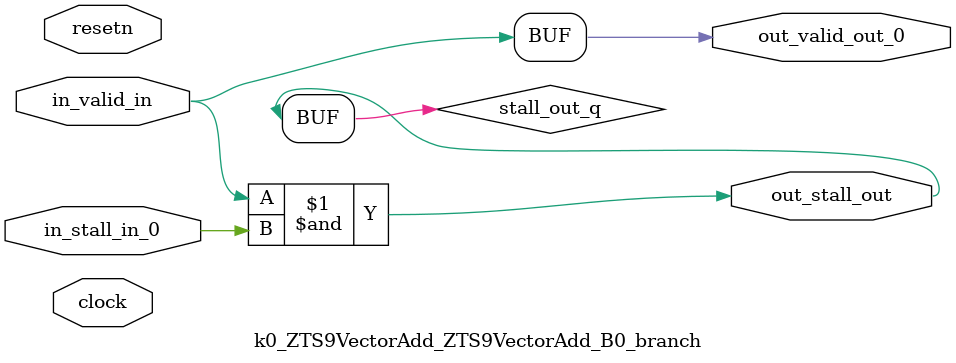
<source format=sv>



(* altera_attribute = "-name AUTO_SHIFT_REGISTER_RECOGNITION OFF; -name MESSAGE_DISABLE 10036; -name MESSAGE_DISABLE 10037; -name MESSAGE_DISABLE 14130; -name MESSAGE_DISABLE 14320; -name MESSAGE_DISABLE 15400; -name MESSAGE_DISABLE 14130; -name MESSAGE_DISABLE 10036; -name MESSAGE_DISABLE 12020; -name MESSAGE_DISABLE 12030; -name MESSAGE_DISABLE 12010; -name MESSAGE_DISABLE 12110; -name MESSAGE_DISABLE 14320; -name MESSAGE_DISABLE 13410; -name MESSAGE_DISABLE 113007; -name MESSAGE_DISABLE 10958" *)
module k0_ZTS9VectorAdd_ZTS9VectorAdd_B0_branch (
    input wire [0:0] in_stall_in_0,
    input wire [0:0] in_valid_in,
    output wire [0:0] out_stall_out,
    output wire [0:0] out_valid_out_0,
    input wire clock,
    input wire resetn
    );

    wire [0:0] stall_out_q;


    // stall_out(LOGICAL,6)
    assign stall_out_q = in_valid_in & in_stall_in_0;

    // out_stall_out(GPOUT,4)
    assign out_stall_out = stall_out_q;

    // out_valid_out_0(GPOUT,5)
    assign out_valid_out_0 = in_valid_in;

endmodule

</source>
